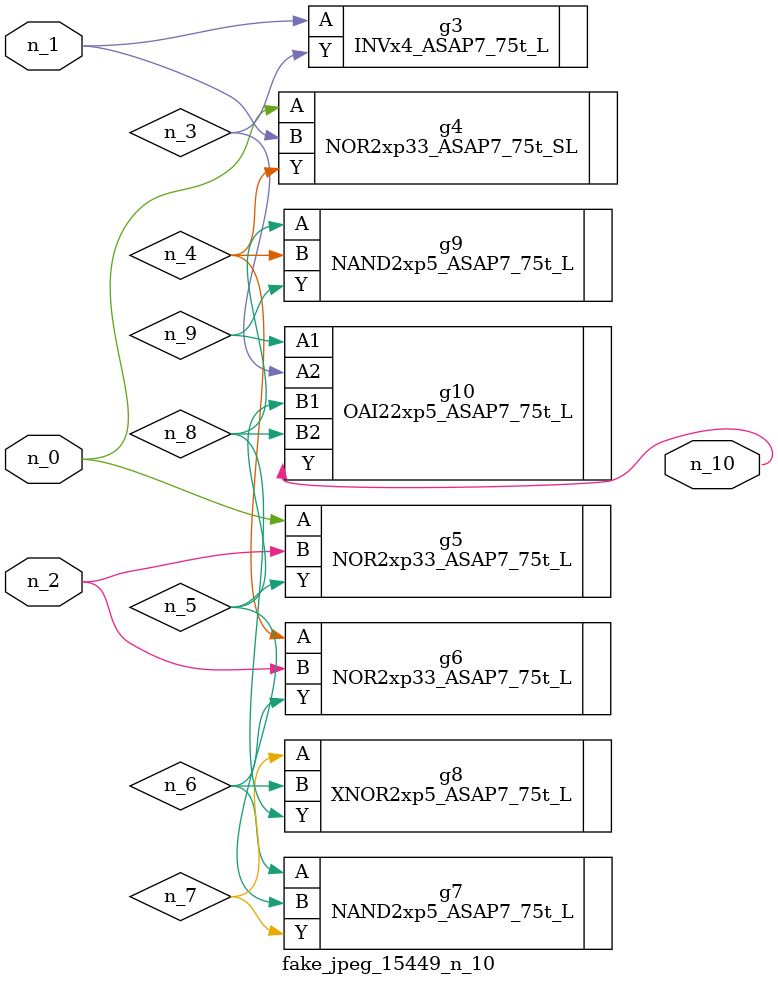
<source format=v>
module fake_jpeg_15449_n_10 (n_0, n_2, n_1, n_10);

input n_0;
input n_2;
input n_1;

output n_10;

wire n_3;
wire n_4;
wire n_8;
wire n_9;
wire n_6;
wire n_5;
wire n_7;

INVx4_ASAP7_75t_L g3 ( 
.A(n_1),
.Y(n_3)
);

NOR2xp33_ASAP7_75t_SL g4 ( 
.A(n_0),
.B(n_1),
.Y(n_4)
);

NOR2xp33_ASAP7_75t_L g5 ( 
.A(n_0),
.B(n_2),
.Y(n_5)
);

NOR2xp33_ASAP7_75t_L g6 ( 
.A(n_4),
.B(n_2),
.Y(n_6)
);

NAND2xp5_ASAP7_75t_L g7 ( 
.A(n_6),
.B(n_5),
.Y(n_7)
);

XNOR2xp5_ASAP7_75t_L g8 ( 
.A(n_7),
.B(n_6),
.Y(n_8)
);

NAND2xp5_ASAP7_75t_L g9 ( 
.A(n_8),
.B(n_4),
.Y(n_9)
);

OAI22xp5_ASAP7_75t_L g10 ( 
.A1(n_9),
.A2(n_3),
.B1(n_5),
.B2(n_8),
.Y(n_10)
);


endmodule
</source>
